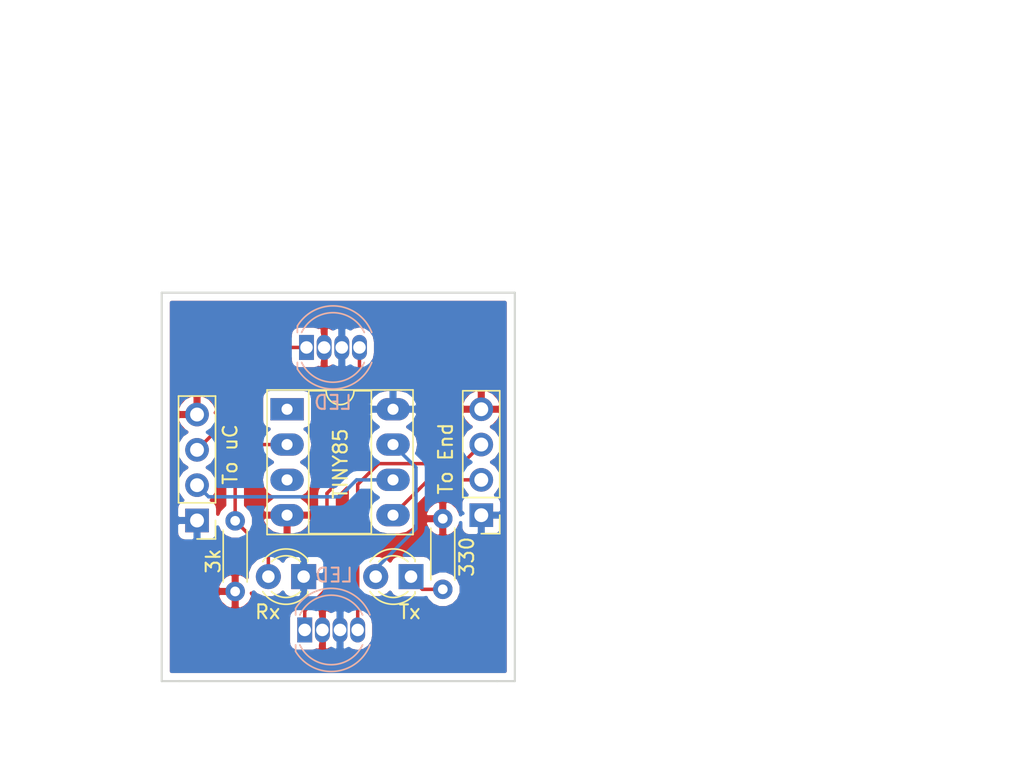
<source format=kicad_pcb>
(kicad_pcb (version 4) (host pcbnew 4.0.7)

  (general
    (links 20)
    (no_connects 0)
    (area 131.8768 100.8634 205.536801 156.108401)
    (thickness 1.6)
    (drawings 6)
    (tracks 31)
    (zones 0)
    (modules 9)
    (nets 13)
  )

  (page A4)
  (layers
    (0 F.Cu signal)
    (31 B.Cu signal)
    (32 B.Adhes user)
    (33 F.Adhes user)
    (34 B.Paste user)
    (35 F.Paste user)
    (36 B.SilkS user)
    (37 F.SilkS user)
    (38 B.Mask user)
    (39 F.Mask user)
    (40 Dwgs.User user)
    (41 Cmts.User user)
    (42 Eco1.User user)
    (43 Eco2.User user)
    (44 Edge.Cuts user)
    (45 Margin user)
    (46 B.CrtYd user)
    (47 F.CrtYd user)
    (48 B.Fab user)
    (49 F.Fab user)
  )

  (setup
    (last_trace_width 0.25)
    (trace_clearance 0.2)
    (zone_clearance 0.508)
    (zone_45_only no)
    (trace_min 0.2)
    (segment_width 0.2)
    (edge_width 0.15)
    (via_size 0.6)
    (via_drill 0.4)
    (via_min_size 0.4)
    (via_min_drill 0.3)
    (uvia_size 0.3)
    (uvia_drill 0.1)
    (uvias_allowed no)
    (uvia_min_size 0.2)
    (uvia_min_drill 0.1)
    (pcb_text_width 0.3)
    (pcb_text_size 1.5 1.5)
    (mod_edge_width 0.15)
    (mod_text_size 1 1)
    (mod_text_width 0.15)
    (pad_size 1.524 1.524)
    (pad_drill 0.762)
    (pad_to_mask_clearance 0.2)
    (aux_axis_origin 0 0)
    (visible_elements 7FFFFFFF)
    (pcbplotparams
      (layerselection 0x010f0_80000001)
      (usegerberextensions false)
      (excludeedgelayer true)
      (linewidth 0.100000)
      (plotframeref false)
      (viasonmask false)
      (mode 1)
      (useauxorigin false)
      (hpglpennumber 1)
      (hpglpenspeed 20)
      (hpglpendiameter 15)
      (hpglpenoverlay 2)
      (psnegative false)
      (psa4output false)
      (plotreference true)
      (plotvalue true)
      (plotinvisibletext false)
      (padsonsilk false)
      (subtractmaskfromsilk false)
      (outputformat 1)
      (mirror false)
      (drillshape 0)
      (scaleselection 1)
      (outputdirectory gerber/))
  )

  (net 0 "")
  (net 1 "Net-(D1-Pad1)")
  (net 2 "Net-(D1-Pad2)")
  (net 3 VCC)
  (net 4 "Net-(D2-Pad2)")
  (net 5 "Net-(J1-Pad2)")
  (net 6 "Net-(J1-Pad3)")
  (net 7 GND)
  (net 8 "Net-(U1-Pad1)")
  (net 9 "Net-(U1-Pad3)")
  (net 10 "Net-(U2-Pad4)")
  (net 11 "Net-(J2-Pad2)")
  (net 12 "Net-(J2-Pad3)")

  (net_class Default "This is the default net class."
    (clearance 0.2)
    (trace_width 0.25)
    (via_dia 0.6)
    (via_drill 0.4)
    (uvia_dia 0.3)
    (uvia_drill 0.1)
    (add_net GND)
    (add_net "Net-(D1-Pad1)")
    (add_net "Net-(D1-Pad2)")
    (add_net "Net-(D2-Pad2)")
    (add_net "Net-(J1-Pad2)")
    (add_net "Net-(J1-Pad3)")
    (add_net "Net-(J2-Pad2)")
    (add_net "Net-(J2-Pad3)")
    (add_net "Net-(U1-Pad1)")
    (add_net "Net-(U1-Pad3)")
    (add_net "Net-(U2-Pad4)")
    (add_net VCC)
  )

  (module Housings_DIP:DIP-8_W7.62mm_Socket_LongPads (layer F.Cu) (tedit 5C0A11ED) (tstamp 5AA6F01D)
    (at 152.527 130.302)
    (descr "8-lead though-hole mounted DIP package, row spacing 7.62 mm (300 mils), Socket, LongPads")
    (tags "THT DIP DIL PDIP 2.54mm 7.62mm 300mil Socket LongPads")
    (path /5AA585CE)
    (fp_text reference TINY85 (at 3.8354 3.9116 90) (layer F.SilkS)
      (effects (font (size 1 1) (thickness 0.15)))
    )
    (fp_text value ATTINY85-20SU (at 3.81 9.95) (layer F.Fab)
      (effects (font (size 1 1) (thickness 0.15)))
    )
    (fp_arc (start 3.81 -1.33) (end 2.81 -1.33) (angle -180) (layer F.SilkS) (width 0.12))
    (fp_line (start 1.635 -1.27) (end 6.985 -1.27) (layer F.Fab) (width 0.1))
    (fp_line (start 6.985 -1.27) (end 6.985 8.89) (layer F.Fab) (width 0.1))
    (fp_line (start 6.985 8.89) (end 0.635 8.89) (layer F.Fab) (width 0.1))
    (fp_line (start 0.635 8.89) (end 0.635 -0.27) (layer F.Fab) (width 0.1))
    (fp_line (start 0.635 -0.27) (end 1.635 -1.27) (layer F.Fab) (width 0.1))
    (fp_line (start -1.27 -1.33) (end -1.27 8.95) (layer F.Fab) (width 0.1))
    (fp_line (start -1.27 8.95) (end 8.89 8.95) (layer F.Fab) (width 0.1))
    (fp_line (start 8.89 8.95) (end 8.89 -1.33) (layer F.Fab) (width 0.1))
    (fp_line (start 8.89 -1.33) (end -1.27 -1.33) (layer F.Fab) (width 0.1))
    (fp_line (start 2.81 -1.33) (end 1.56 -1.33) (layer F.SilkS) (width 0.12))
    (fp_line (start 1.56 -1.33) (end 1.56 8.95) (layer F.SilkS) (width 0.12))
    (fp_line (start 1.56 8.95) (end 6.06 8.95) (layer F.SilkS) (width 0.12))
    (fp_line (start 6.06 8.95) (end 6.06 -1.33) (layer F.SilkS) (width 0.12))
    (fp_line (start 6.06 -1.33) (end 4.81 -1.33) (layer F.SilkS) (width 0.12))
    (fp_line (start -1.44 -1.39) (end -1.44 9.01) (layer F.SilkS) (width 0.12))
    (fp_line (start -1.44 9.01) (end 9.06 9.01) (layer F.SilkS) (width 0.12))
    (fp_line (start 9.06 9.01) (end 9.06 -1.39) (layer F.SilkS) (width 0.12))
    (fp_line (start 9.06 -1.39) (end -1.44 -1.39) (layer F.SilkS) (width 0.12))
    (fp_line (start -1.55 -1.6) (end -1.55 9.2) (layer F.CrtYd) (width 0.05))
    (fp_line (start -1.55 9.2) (end 9.15 9.2) (layer F.CrtYd) (width 0.05))
    (fp_line (start 9.15 9.2) (end 9.15 -1.6) (layer F.CrtYd) (width 0.05))
    (fp_line (start 9.15 -1.6) (end -1.55 -1.6) (layer F.CrtYd) (width 0.05))
    (fp_text user %R (at 3.81 3.81) (layer F.Fab)
      (effects (font (size 1 1) (thickness 0.15)))
    )
    (pad 1 thru_hole rect (at 0 0) (size 2.4 1.6) (drill 0.8) (layers *.Cu *.Mask)
      (net 8 "Net-(U1-Pad1)"))
    (pad 5 thru_hole oval (at 7.62 7.62) (size 2.4 1.6) (drill 0.8) (layers *.Cu *.Mask)
      (net 11 "Net-(J2-Pad2)"))
    (pad 2 thru_hole oval (at 0 2.54) (size 2.4 1.6) (drill 0.8) (layers *.Cu *.Mask)
      (net 4 "Net-(D2-Pad2)"))
    (pad 6 thru_hole oval (at 7.62 5.08) (size 2.4 1.6) (drill 0.8) (layers *.Cu *.Mask)
      (net 5 "Net-(J1-Pad2)"))
    (pad 3 thru_hole oval (at 0 5.08) (size 2.4 1.6) (drill 0.8) (layers *.Cu *.Mask)
      (net 9 "Net-(U1-Pad3)"))
    (pad 7 thru_hole oval (at 7.62 2.54) (size 2.4 1.6) (drill 0.8) (layers *.Cu *.Mask)
      (net 2 "Net-(D1-Pad2)"))
    (pad 4 thru_hole oval (at 0 7.62) (size 2.4 1.6) (drill 0.8) (layers *.Cu *.Mask)
      (net 7 GND))
    (pad 8 thru_hole oval (at 7.62 0) (size 2.4 1.6) (drill 0.8) (layers *.Cu *.Mask)
      (net 3 VCC))
    (model ${KISYS3DMOD}/Housings_DIP.3dshapes/DIP-8_W7.62mm_Socket.wrl
      (at (xyz 0 0 0))
      (scale (xyz 1 1 1))
      (rotate (xyz 0 0 0))
    )
  )

  (module Socket_Strips:Socket_Strip_Straight_1x04_Pitch2.54mm (layer F.Cu) (tedit 5C0A1238) (tstamp 5AA6EFBE)
    (at 146.05 138.303 180)
    (descr "Through hole straight socket strip, 1x04, 2.54mm pitch, single row")
    (tags "Through hole socket strip THT 1x04 2.54mm single row")
    (path /5AA58693)
    (fp_text reference "To uC" (at -2.3876 4.7498 450) (layer F.SilkS)
      (effects (font (size 1 1) (thickness 0.15)))
    )
    (fp_text value "To uC" (at 0 9.95 180) (layer F.Fab)
      (effects (font (size 1 1) (thickness 0.15)))
    )
    (fp_line (start -1.27 -1.27) (end -1.27 8.89) (layer F.Fab) (width 0.1))
    (fp_line (start -1.27 8.89) (end 1.27 8.89) (layer F.Fab) (width 0.1))
    (fp_line (start 1.27 8.89) (end 1.27 -1.27) (layer F.Fab) (width 0.1))
    (fp_line (start 1.27 -1.27) (end -1.27 -1.27) (layer F.Fab) (width 0.1))
    (fp_line (start -1.33 1.27) (end -1.33 8.95) (layer F.SilkS) (width 0.12))
    (fp_line (start -1.33 8.95) (end 1.33 8.95) (layer F.SilkS) (width 0.12))
    (fp_line (start 1.33 8.95) (end 1.33 1.27) (layer F.SilkS) (width 0.12))
    (fp_line (start 1.33 1.27) (end -1.33 1.27) (layer F.SilkS) (width 0.12))
    (fp_line (start -1.33 0) (end -1.33 -1.33) (layer F.SilkS) (width 0.12))
    (fp_line (start -1.33 -1.33) (end 0 -1.33) (layer F.SilkS) (width 0.12))
    (fp_line (start -1.8 -1.8) (end -1.8 9.4) (layer F.CrtYd) (width 0.05))
    (fp_line (start -1.8 9.4) (end 1.8 9.4) (layer F.CrtYd) (width 0.05))
    (fp_line (start 1.8 9.4) (end 1.8 -1.8) (layer F.CrtYd) (width 0.05))
    (fp_line (start 1.8 -1.8) (end -1.8 -1.8) (layer F.CrtYd) (width 0.05))
    (fp_text user %R (at 0 -2.33 180) (layer F.Fab)
      (effects (font (size 1 1) (thickness 0.15)))
    )
    (pad 1 thru_hole rect (at 0 0 180) (size 1.7 1.7) (drill 1) (layers *.Cu *.Mask)
      (net 3 VCC))
    (pad 2 thru_hole oval (at 0 2.54 180) (size 1.7 1.7) (drill 1) (layers *.Cu *.Mask)
      (net 5 "Net-(J1-Pad2)"))
    (pad 3 thru_hole oval (at 0 5.08 180) (size 1.7 1.7) (drill 1) (layers *.Cu *.Mask)
      (net 6 "Net-(J1-Pad3)"))
    (pad 4 thru_hole oval (at 0 7.62 180) (size 1.7 1.7) (drill 1) (layers *.Cu *.Mask)
      (net 7 GND))
    (model ${KISYS3DMOD}/Socket_Strips.3dshapes/Socket_Strip_Straight_1x04_Pitch2.54mm.wrl
      (at (xyz 0 -0.15 0))
      (scale (xyz 1 1 1))
      (rotate (xyz 0 0 270))
    )
  )

  (module LEDs:LED_D3.0mm (layer F.Cu) (tedit 5C0A1283) (tstamp 5AA6EF94)
    (at 161.4424 142.3416 180)
    (descr "LED, diameter 3.0mm, 2 pins")
    (tags "LED diameter 3.0mm 2 pins")
    (path /5AA5877B)
    (fp_text reference Tx (at 0.1016 -2.54 180) (layer F.SilkS)
      (effects (font (size 1 1) (thickness 0.15)))
    )
    (fp_text value IR204A (at 1.27 2.96 180) (layer F.Fab)
      (effects (font (size 1 1) (thickness 0.15)))
    )
    (fp_arc (start 1.27 0) (end -0.23 -1.16619) (angle 284.3) (layer F.Fab) (width 0.1))
    (fp_arc (start 1.27 0) (end -0.29 -1.235516) (angle 108.8) (layer F.SilkS) (width 0.12))
    (fp_arc (start 1.27 0) (end -0.29 1.235516) (angle -108.8) (layer F.SilkS) (width 0.12))
    (fp_arc (start 1.27 0) (end 0.229039 -1.08) (angle 87.9) (layer F.SilkS) (width 0.12))
    (fp_arc (start 1.27 0) (end 0.229039 1.08) (angle -87.9) (layer F.SilkS) (width 0.12))
    (fp_circle (center 1.27 0) (end 2.77 0) (layer F.Fab) (width 0.1))
    (fp_line (start -0.23 -1.16619) (end -0.23 1.16619) (layer F.Fab) (width 0.1))
    (fp_line (start -0.29 -1.236) (end -0.29 -1.08) (layer F.SilkS) (width 0.12))
    (fp_line (start -0.29 1.08) (end -0.29 1.236) (layer F.SilkS) (width 0.12))
    (fp_line (start -1.15 -2.25) (end -1.15 2.25) (layer F.CrtYd) (width 0.05))
    (fp_line (start -1.15 2.25) (end 3.7 2.25) (layer F.CrtYd) (width 0.05))
    (fp_line (start 3.7 2.25) (end 3.7 -2.25) (layer F.CrtYd) (width 0.05))
    (fp_line (start 3.7 -2.25) (end -1.15 -2.25) (layer F.CrtYd) (width 0.05))
    (pad 1 thru_hole rect (at 0 0 180) (size 1.8 1.8) (drill 0.9) (layers *.Cu *.Mask)
      (net 1 "Net-(D1-Pad1)"))
    (pad 2 thru_hole circle (at 2.54 0 180) (size 1.8 1.8) (drill 0.9) (layers *.Cu *.Mask)
      (net 2 "Net-(D1-Pad2)"))
    (model ${KISYS3DMOD}/LEDs.3dshapes/LED_D3.0mm.wrl
      (at (xyz 0 0 0))
      (scale (xyz 0.393701 0.393701 0.393701))
      (rotate (xyz 0 0 0))
    )
  )

  (module LEDs:LED_D3.0mm (layer F.Cu) (tedit 5C0A1281) (tstamp 5AA6EFA7)
    (at 153.7208 142.3416 180)
    (descr "LED, diameter 3.0mm, 2 pins")
    (tags "LED diameter 3.0mm 2 pins")
    (path /5AA587A8)
    (fp_text reference Rx (at 2.5908 -2.54 180) (layer F.SilkS)
      (effects (font (size 1 1) (thickness 0.15)))
    )
    (fp_text value D_Photo (at 1.27 2.96 180) (layer F.Fab)
      (effects (font (size 1 1) (thickness 0.15)))
    )
    (fp_arc (start 1.27 0) (end -0.23 -1.16619) (angle 284.3) (layer F.Fab) (width 0.1))
    (fp_arc (start 1.27 0) (end -0.29 -1.235516) (angle 108.8) (layer F.SilkS) (width 0.12))
    (fp_arc (start 1.27 0) (end -0.29 1.235516) (angle -108.8) (layer F.SilkS) (width 0.12))
    (fp_arc (start 1.27 0) (end 0.229039 -1.08) (angle 87.9) (layer F.SilkS) (width 0.12))
    (fp_arc (start 1.27 0) (end 0.229039 1.08) (angle -87.9) (layer F.SilkS) (width 0.12))
    (fp_circle (center 1.27 0) (end 2.77 0) (layer F.Fab) (width 0.1))
    (fp_line (start -0.23 -1.16619) (end -0.23 1.16619) (layer F.Fab) (width 0.1))
    (fp_line (start -0.29 -1.236) (end -0.29 -1.08) (layer F.SilkS) (width 0.12))
    (fp_line (start -0.29 1.08) (end -0.29 1.236) (layer F.SilkS) (width 0.12))
    (fp_line (start -1.15 -2.25) (end -1.15 2.25) (layer F.CrtYd) (width 0.05))
    (fp_line (start -1.15 2.25) (end 3.7 2.25) (layer F.CrtYd) (width 0.05))
    (fp_line (start 3.7 2.25) (end 3.7 -2.25) (layer F.CrtYd) (width 0.05))
    (fp_line (start 3.7 -2.25) (end -1.15 -2.25) (layer F.CrtYd) (width 0.05))
    (pad 1 thru_hole rect (at 0 0 180) (size 1.8 1.8) (drill 0.9) (layers *.Cu *.Mask)
      (net 3 VCC))
    (pad 2 thru_hole circle (at 2.54 0 180) (size 1.8 1.8) (drill 0.9) (layers *.Cu *.Mask)
      (net 4 "Net-(D2-Pad2)"))
    (model ${KISYS3DMOD}/LEDs.3dshapes/LED_D3.0mm.wrl
      (at (xyz 0 0 0))
      (scale (xyz 0.393701 0.393701 0.393701))
      (rotate (xyz 0 0 0))
    )
  )

  (module Socket_Strips:Socket_Strip_Straight_1x04_Pitch2.54mm (layer F.Cu) (tedit 5C0A1218) (tstamp 5AA6EFD5)
    (at 166.497 137.922 180)
    (descr "Through hole straight socket strip, 1x04, 2.54mm pitch, single row")
    (tags "Through hole socket strip THT 1x04 2.54mm single row")
    (path /5AA586DC)
    (fp_text reference "To End" (at 2.5654 4.064 270) (layer F.SilkS)
      (effects (font (size 1 1) (thickness 0.15)))
    )
    (fp_text value "To end" (at 0 9.95 180) (layer F.Fab)
      (effects (font (size 1 1) (thickness 0.15)))
    )
    (fp_line (start -1.27 -1.27) (end -1.27 8.89) (layer F.Fab) (width 0.1))
    (fp_line (start -1.27 8.89) (end 1.27 8.89) (layer F.Fab) (width 0.1))
    (fp_line (start 1.27 8.89) (end 1.27 -1.27) (layer F.Fab) (width 0.1))
    (fp_line (start 1.27 -1.27) (end -1.27 -1.27) (layer F.Fab) (width 0.1))
    (fp_line (start -1.33 1.27) (end -1.33 8.95) (layer F.SilkS) (width 0.12))
    (fp_line (start -1.33 8.95) (end 1.33 8.95) (layer F.SilkS) (width 0.12))
    (fp_line (start 1.33 8.95) (end 1.33 1.27) (layer F.SilkS) (width 0.12))
    (fp_line (start 1.33 1.27) (end -1.33 1.27) (layer F.SilkS) (width 0.12))
    (fp_line (start -1.33 0) (end -1.33 -1.33) (layer F.SilkS) (width 0.12))
    (fp_line (start -1.33 -1.33) (end 0 -1.33) (layer F.SilkS) (width 0.12))
    (fp_line (start -1.8 -1.8) (end -1.8 9.4) (layer F.CrtYd) (width 0.05))
    (fp_line (start -1.8 9.4) (end 1.8 9.4) (layer F.CrtYd) (width 0.05))
    (fp_line (start 1.8 9.4) (end 1.8 -1.8) (layer F.CrtYd) (width 0.05))
    (fp_line (start 1.8 -1.8) (end -1.8 -1.8) (layer F.CrtYd) (width 0.05))
    (fp_text user %R (at 0 -2.33 180) (layer F.Fab)
      (effects (font (size 1 1) (thickness 0.15)))
    )
    (pad 1 thru_hole rect (at 0 0 180) (size 1.7 1.7) (drill 1) (layers *.Cu *.Mask)
      (net 3 VCC))
    (pad 2 thru_hole oval (at 0 2.54 180) (size 1.7 1.7) (drill 1) (layers *.Cu *.Mask)
      (net 11 "Net-(J2-Pad2)"))
    (pad 3 thru_hole oval (at 0 5.08 180) (size 1.7 1.7) (drill 1) (layers *.Cu *.Mask)
      (net 12 "Net-(J2-Pad3)"))
    (pad 4 thru_hole oval (at 0 7.62 180) (size 1.7 1.7) (drill 1) (layers *.Cu *.Mask)
      (net 7 GND))
    (model ${KISYS3DMOD}/Socket_Strips.3dshapes/Socket_Strip_Straight_1x04_Pitch2.54mm.wrl
      (at (xyz 0 -0.15 0))
      (scale (xyz 1 1 1))
      (rotate (xyz 0 0 270))
    )
  )

  (module Resistors_THT:R_Axial_DIN0204_L3.6mm_D1.6mm_P5.08mm_Horizontal (layer F.Cu) (tedit 5C0A12AB) (tstamp 5AA6EFE7)
    (at 163.7284 143.256 90)
    (descr "Resistor, Axial_DIN0204 series, Axial, Horizontal, pin pitch=5.08mm, 0.16666666666666666W = 1/6W, length*diameter=3.6*1.6mm^2, http://cdn-reichelt.de/documents/datenblatt/B400/1_4W%23YAG.pdf")
    (tags "Resistor Axial_DIN0204 series Axial Horizontal pin pitch 5.08mm 0.16666666666666666W = 1/6W length 3.6mm diameter 1.6mm")
    (path /5AA592B1)
    (fp_text reference 330 (at 2.3368 1.7272 270) (layer F.SilkS)
      (effects (font (size 1 1) (thickness 0.15)))
    )
    (fp_text value R (at 2.54 1.86 90) (layer F.Fab)
      (effects (font (size 1 1) (thickness 0.15)))
    )
    (fp_line (start 0.74 -0.8) (end 0.74 0.8) (layer F.Fab) (width 0.1))
    (fp_line (start 0.74 0.8) (end 4.34 0.8) (layer F.Fab) (width 0.1))
    (fp_line (start 4.34 0.8) (end 4.34 -0.8) (layer F.Fab) (width 0.1))
    (fp_line (start 4.34 -0.8) (end 0.74 -0.8) (layer F.Fab) (width 0.1))
    (fp_line (start 0 0) (end 0.74 0) (layer F.Fab) (width 0.1))
    (fp_line (start 5.08 0) (end 4.34 0) (layer F.Fab) (width 0.1))
    (fp_line (start 0.68 -0.86) (end 4.4 -0.86) (layer F.SilkS) (width 0.12))
    (fp_line (start 0.68 0.86) (end 4.4 0.86) (layer F.SilkS) (width 0.12))
    (fp_line (start -0.95 -1.15) (end -0.95 1.15) (layer F.CrtYd) (width 0.05))
    (fp_line (start -0.95 1.15) (end 6.05 1.15) (layer F.CrtYd) (width 0.05))
    (fp_line (start 6.05 1.15) (end 6.05 -1.15) (layer F.CrtYd) (width 0.05))
    (fp_line (start 6.05 -1.15) (end -0.95 -1.15) (layer F.CrtYd) (width 0.05))
    (pad 1 thru_hole circle (at 0 0 90) (size 1.4 1.4) (drill 0.7) (layers *.Cu *.Mask)
      (net 1 "Net-(D1-Pad1)"))
    (pad 2 thru_hole oval (at 5.08 0 90) (size 1.4 1.4) (drill 0.7) (layers *.Cu *.Mask)
      (net 7 GND))
    (model ${KISYS3DMOD}/Resistors_THT.3dshapes/R_Axial_DIN0204_L3.6mm_D1.6mm_P5.08mm_Horizontal.wrl
      (at (xyz 0 0 0))
      (scale (xyz 0.393701 0.393701 0.393701))
      (rotate (xyz 0 0 0))
    )
  )

  (module Resistors_THT:R_Axial_DIN0204_L3.6mm_D1.6mm_P5.08mm_Horizontal (layer F.Cu) (tedit 5C0A129B) (tstamp 5AA6EFF9)
    (at 148.7932 138.3284 270)
    (descr "Resistor, Axial_DIN0204 series, Axial, Horizontal, pin pitch=5.08mm, 0.16666666666666666W = 1/6W, length*diameter=3.6*1.6mm^2, http://cdn-reichelt.de/documents/datenblatt/B400/1_4W%23YAG.pdf")
    (tags "Resistor Axial_DIN0204 series Axial Horizontal pin pitch 5.08mm 0.16666666666666666W = 1/6W length 3.6mm diameter 1.6mm")
    (path /5AA59224)
    (fp_text reference 3k (at 2.8956 1.5748 270) (layer F.SilkS)
      (effects (font (size 1 1) (thickness 0.15)))
    )
    (fp_text value R (at 2.54 1.86 270) (layer F.Fab)
      (effects (font (size 1 1) (thickness 0.15)))
    )
    (fp_line (start 0.74 -0.8) (end 0.74 0.8) (layer F.Fab) (width 0.1))
    (fp_line (start 0.74 0.8) (end 4.34 0.8) (layer F.Fab) (width 0.1))
    (fp_line (start 4.34 0.8) (end 4.34 -0.8) (layer F.Fab) (width 0.1))
    (fp_line (start 4.34 -0.8) (end 0.74 -0.8) (layer F.Fab) (width 0.1))
    (fp_line (start 0 0) (end 0.74 0) (layer F.Fab) (width 0.1))
    (fp_line (start 5.08 0) (end 4.34 0) (layer F.Fab) (width 0.1))
    (fp_line (start 0.68 -0.86) (end 4.4 -0.86) (layer F.SilkS) (width 0.12))
    (fp_line (start 0.68 0.86) (end 4.4 0.86) (layer F.SilkS) (width 0.12))
    (fp_line (start -0.95 -1.15) (end -0.95 1.15) (layer F.CrtYd) (width 0.05))
    (fp_line (start -0.95 1.15) (end 6.05 1.15) (layer F.CrtYd) (width 0.05))
    (fp_line (start 6.05 1.15) (end 6.05 -1.15) (layer F.CrtYd) (width 0.05))
    (fp_line (start 6.05 -1.15) (end -0.95 -1.15) (layer F.CrtYd) (width 0.05))
    (pad 1 thru_hole circle (at 0 0 270) (size 1.4 1.4) (drill 0.7) (layers *.Cu *.Mask)
      (net 4 "Net-(D2-Pad2)"))
    (pad 2 thru_hole oval (at 5.08 0 270) (size 1.4 1.4) (drill 0.7) (layers *.Cu *.Mask)
      (net 7 GND))
    (model ${KISYS3DMOD}/Resistors_THT.3dshapes/R_Axial_DIN0204_L3.6mm_D1.6mm_P5.08mm_Horizontal.wrl
      (at (xyz 0 0 0))
      (scale (xyz 0.393701 0.393701 0.393701))
      (rotate (xyz 0 0 0))
    )
  )

  (module LEDs:LED_D5.0mm-4 (layer B.Cu) (tedit 5C0A124D) (tstamp 5AA6F032)
    (at 153.924 125.857)
    (descr "LED, diameter 5.0mm, 2 pins, diameter 5.0mm, 3 pins, diameter 5.0mm, 4 pins, http://www.kingbright.com/attachments/file/psearch/000/00/00/L-154A4SUREQBFZGEW(Ver.9A).pdf")
    (tags "LED diameter 5.0mm 2 pins diameter 5.0mm 3 pins diameter 5.0mm 4 pins")
    (path /5AA59C2F)
    (fp_text reference LED (at 1.905 3.96) (layer B.SilkS)
      (effects (font (size 1 1) (thickness 0.15)) (justify mirror))
    )
    (fp_text value WS2812 (at 1.905 -3.96) (layer B.Fab)
      (effects (font (size 1 1) (thickness 0.15)) (justify mirror))
    )
    (fp_arc (start 1.905 0) (end -0.595 1.469694) (angle -299.1) (layer B.Fab) (width 0.1))
    (fp_arc (start 1.905 0) (end -0.655 1.54483) (angle -127.7) (layer B.SilkS) (width 0.12))
    (fp_arc (start 1.905 0) (end -0.655 -1.54483) (angle 127.7) (layer B.SilkS) (width 0.12))
    (fp_arc (start 1.905 0) (end -0.349684 1.08) (angle -128.8) (layer B.SilkS) (width 0.12))
    (fp_arc (start 1.905 0) (end -0.349684 -1.08) (angle 128.8) (layer B.SilkS) (width 0.12))
    (fp_circle (center 1.905 0) (end 4.405 0) (layer B.Fab) (width 0.1))
    (fp_line (start -0.595 1.469694) (end -0.595 -1.469694) (layer B.Fab) (width 0.1))
    (fp_line (start -0.655 1.545) (end -0.655 1.08) (layer B.SilkS) (width 0.12))
    (fp_line (start -0.655 -1.08) (end -0.655 -1.545) (layer B.SilkS) (width 0.12))
    (fp_line (start -1.35 3.25) (end -1.35 -3.25) (layer B.CrtYd) (width 0.05))
    (fp_line (start -1.35 -3.25) (end 5.15 -3.25) (layer B.CrtYd) (width 0.05))
    (fp_line (start 5.15 -3.25) (end 5.15 3.25) (layer B.CrtYd) (width 0.05))
    (fp_line (start 5.15 3.25) (end -1.35 3.25) (layer B.CrtYd) (width 0.05))
    (pad 1 thru_hole rect (at 0 0) (size 1.07 1.8) (drill 0.9) (layers *.Cu *.Mask)
      (net 6 "Net-(J1-Pad3)"))
    (pad 2 thru_hole oval (at 1.27 0) (size 1.07 1.8) (drill 0.9) (layers *.Cu *.Mask)
      (net 7 GND))
    (pad 3 thru_hole oval (at 2.54 0) (size 1.07 1.8) (drill 0.9) (layers *.Cu *.Mask)
      (net 3 VCC))
    (pad 4 thru_hole oval (at 3.81 0) (size 1.07 1.8) (drill 0.9) (layers *.Cu *.Mask)
      (net 10 "Net-(U2-Pad4)"))
    (model ${KISYS3DMOD}/LEDs.3dshapes/LED_D5.0mm-4.wrl
      (at (xyz 0 0 0))
      (scale (xyz 0.393701 0.393701 0.393701))
      (rotate (xyz 0 0 0))
    )
  )

  (module LEDs:LED_D5.0mm-4 (layer B.Cu) (tedit 5C0A125C) (tstamp 5AA6F047)
    (at 153.797 146.177)
    (descr "LED, diameter 5.0mm, 2 pins, diameter 5.0mm, 3 pins, diameter 5.0mm, 4 pins, http://www.kingbright.com/attachments/file/psearch/000/00/00/L-154A4SUREQBFZGEW(Ver.9A).pdf")
    (tags "LED diameter 5.0mm 2 pins diameter 5.0mm 3 pins diameter 5.0mm 4 pins")
    (path /5AA59C72)
    (fp_text reference LED (at 2.1082 -3.937) (layer B.SilkS)
      (effects (font (size 1 1) (thickness 0.15)) (justify mirror))
    )
    (fp_text value WS2812 (at 1.905 -3.96) (layer B.Fab)
      (effects (font (size 1 1) (thickness 0.15)) (justify mirror))
    )
    (fp_arc (start 1.905 0) (end -0.595 1.469694) (angle -299.1) (layer B.Fab) (width 0.1))
    (fp_arc (start 1.905 0) (end -0.655 1.54483) (angle -127.7) (layer B.SilkS) (width 0.12))
    (fp_arc (start 1.905 0) (end -0.655 -1.54483) (angle 127.7) (layer B.SilkS) (width 0.12))
    (fp_arc (start 1.905 0) (end -0.349684 1.08) (angle -128.8) (layer B.SilkS) (width 0.12))
    (fp_arc (start 1.905 0) (end -0.349684 -1.08) (angle 128.8) (layer B.SilkS) (width 0.12))
    (fp_circle (center 1.905 0) (end 4.405 0) (layer B.Fab) (width 0.1))
    (fp_line (start -0.595 1.469694) (end -0.595 -1.469694) (layer B.Fab) (width 0.1))
    (fp_line (start -0.655 1.545) (end -0.655 1.08) (layer B.SilkS) (width 0.12))
    (fp_line (start -0.655 -1.08) (end -0.655 -1.545) (layer B.SilkS) (width 0.12))
    (fp_line (start -1.35 3.25) (end -1.35 -3.25) (layer B.CrtYd) (width 0.05))
    (fp_line (start -1.35 -3.25) (end 5.15 -3.25) (layer B.CrtYd) (width 0.05))
    (fp_line (start 5.15 -3.25) (end 5.15 3.25) (layer B.CrtYd) (width 0.05))
    (fp_line (start 5.15 3.25) (end -1.35 3.25) (layer B.CrtYd) (width 0.05))
    (pad 1 thru_hole rect (at 0 0) (size 1.07 1.8) (drill 0.9) (layers *.Cu *.Mask)
      (net 10 "Net-(U2-Pad4)"))
    (pad 2 thru_hole oval (at 1.27 0) (size 1.07 1.8) (drill 0.9) (layers *.Cu *.Mask)
      (net 7 GND))
    (pad 3 thru_hole oval (at 2.54 0) (size 1.07 1.8) (drill 0.9) (layers *.Cu *.Mask)
      (net 3 VCC))
    (pad 4 thru_hole oval (at 3.81 0) (size 1.07 1.8) (drill 0.9) (layers *.Cu *.Mask)
      (net 12 "Net-(J2-Pad3)"))
    (model ${KISYS3DMOD}/LEDs.3dshapes/LED_D5.0mm-4.wrl
      (at (xyz 0 0 0))
      (scale (xyz 0.393701 0.393701 0.393701))
      (rotate (xyz 0 0 0))
    )
  )

  (gr_line (start 143.51 149.86) (end 144.78 149.86) (angle 90) (layer Edge.Cuts) (width 0.15))
  (gr_line (start 143.51 121.92) (end 143.51 149.86) (angle 90) (layer Edge.Cuts) (width 0.15))
  (gr_line (start 168.91 121.92) (end 143.51 121.92) (angle 90) (layer Edge.Cuts) (width 0.15))
  (gr_line (start 168.91 149.86) (end 168.91 121.92) (angle 90) (layer Edge.Cuts) (width 0.15))
  (gr_line (start 167.64 149.86) (end 168.91 149.86) (angle 90) (layer Edge.Cuts) (width 0.15))
  (gr_line (start 144.78 149.86) (end 167.64 149.86) (angle 90) (layer Edge.Cuts) (width 0.15))

  (segment (start 163.7284 143.256) (end 162.2552 143.256) (width 0.25) (layer F.Cu) (net 1))
  (segment (start 162.2552 143.256) (end 161.3408 142.3416) (width 0.25) (layer F.Cu) (net 1) (tstamp 5C08CD89))
  (segment (start 158.8008 142.3416) (end 158.8008 141.8844) (width 0.25) (layer B.Cu) (net 2))
  (segment (start 158.8008 141.8844) (end 161.798 138.8872) (width 0.25) (layer B.Cu) (net 2) (tstamp 5C08CD8C))
  (segment (start 161.798 138.8872) (end 161.798 134.493) (width 0.25) (layer B.Cu) (net 2) (tstamp 5C08CD8D))
  (segment (start 161.798 134.493) (end 160.147 132.842) (width 0.25) (layer B.Cu) (net 2) (tstamp 5C08CD8E))
  (segment (start 160.147 132.842) (end 160.6296 132.842) (width 0.25) (layer B.Cu) (net 2))
  (segment (start 151.1808 142.3416) (end 151.1808 140.716) (width 0.25) (layer F.Cu) (net 4))
  (segment (start 151.1808 140.716) (end 148.7932 138.3284) (width 0.25) (layer F.Cu) (net 4) (tstamp 5C08CD84))
  (segment (start 152.527 132.842) (end 150.114 132.842) (width 0.25) (layer F.Cu) (net 4))
  (segment (start 148.7932 134.1628) (end 148.7932 138.3284) (width 0.25) (layer F.Cu) (net 4) (tstamp 5C08CD6C))
  (segment (start 150.114 132.842) (end 148.7932 134.1628) (width 0.25) (layer F.Cu) (net 4) (tstamp 5C08CD6B))
  (segment (start 160.147 135.382) (end 157.5308 135.382) (width 0.25) (layer B.Cu) (net 5))
  (segment (start 146.8882 136.6012) (end 146.05 135.763) (width 0.25) (layer B.Cu) (net 5) (tstamp 5C08CC73))
  (segment (start 156.3116 136.6012) (end 146.8882 136.6012) (width 0.25) (layer B.Cu) (net 5) (tstamp 5C08CC71))
  (segment (start 157.5308 135.382) (end 156.3116 136.6012) (width 0.25) (layer B.Cu) (net 5) (tstamp 5C08CC6E))
  (segment (start 153.924 125.857) (end 151.8666 125.857) (width 0.25) (layer F.Cu) (net 6))
  (segment (start 148.2852 130.9878) (end 146.05 133.223) (width 0.25) (layer F.Cu) (net 6) (tstamp 5C08CA53))
  (segment (start 148.2852 129.4384) (end 148.2852 130.9878) (width 0.25) (layer F.Cu) (net 6) (tstamp 5C08CA51))
  (segment (start 151.8666 125.857) (end 148.2852 129.4384) (width 0.25) (layer F.Cu) (net 6) (tstamp 5C08CA4F))
  (segment (start 153.797 146.177) (end 153.797 144.8054) (width 0.25) (layer F.Cu) (net 10))
  (segment (start 157.734 134.0104) (end 157.734 125.857) (width 0.25) (layer F.Cu) (net 10) (tstamp 5C08CA4B))
  (segment (start 155.3972 136.3472) (end 157.734 134.0104) (width 0.25) (layer F.Cu) (net 10) (tstamp 5C08CA47))
  (segment (start 155.3972 143.2052) (end 155.3972 136.3472) (width 0.25) (layer F.Cu) (net 10) (tstamp 5C08CA45))
  (segment (start 153.797 144.8054) (end 155.3972 143.2052) (width 0.25) (layer F.Cu) (net 10) (tstamp 5C08CA43))
  (segment (start 166.497 135.382) (end 162.687 135.382) (width 0.25) (layer F.Cu) (net 11))
  (segment (start 162.687 135.382) (end 160.147 137.922) (width 0.25) (layer F.Cu) (net 11) (tstamp 5C08CA0F))
  (segment (start 157.607 146.177) (end 157.607 135.7122) (width 0.25) (layer F.Cu) (net 12))
  (segment (start 165.1254 134.2136) (end 166.497 132.842) (width 0.25) (layer F.Cu) (net 12) (tstamp 5C08CA26))
  (segment (start 159.1056 134.2136) (end 165.1254 134.2136) (width 0.25) (layer F.Cu) (net 12) (tstamp 5C08CA24))
  (segment (start 157.607 135.7122) (end 159.1056 134.2136) (width 0.25) (layer F.Cu) (net 12) (tstamp 5C08CA22))

  (zone (net 7) (net_name GND) (layer F.Cu) (tstamp 5AA6F1E2) (hatch edge 0.508)
    (connect_pads (clearance 0.508))
    (min_thickness 0.254)
    (fill yes (arc_segments 16) (thermal_gap 0.508) (thermal_bridge_width 0.508))
    (polygon
      (pts
        (xy 205.4098 155.4734) (xy 132.1308 156.1084) (xy 133.7818 100.8634) (xy 205.1558 100.8634)
      )
    )
    (filled_polygon
      (pts
        (xy 168.2 149.15) (xy 144.22 149.15) (xy 144.22 143.741731) (xy 147.500473 143.741731) (xy 147.726436 144.211063)
        (xy 148.114804 144.558197) (xy 148.459871 144.701116) (xy 148.6662 144.577774) (xy 148.6662 143.5354) (xy 147.622994 143.5354)
        (xy 147.500473 143.741731) (xy 144.22 143.741731) (xy 144.22 143.075069) (xy 147.500473 143.075069) (xy 147.622994 143.2814)
        (xy 148.6662 143.2814) (xy 148.6662 142.239026) (xy 148.459871 142.115684) (xy 148.114804 142.258603) (xy 147.726436 142.605737)
        (xy 147.500473 143.075069) (xy 144.22 143.075069) (xy 144.22 133.223) (xy 144.535907 133.223) (xy 144.648946 133.791285)
        (xy 144.970853 134.273054) (xy 145.300026 134.493) (xy 144.970853 134.712946) (xy 144.648946 135.194715) (xy 144.535907 135.763)
        (xy 144.648946 136.331285) (xy 144.970853 136.813054) (xy 145.012452 136.84085) (xy 144.964683 136.849838) (xy 144.748559 136.98891)
        (xy 144.603569 137.20111) (xy 144.55256 137.453) (xy 144.55256 139.153) (xy 144.596838 139.388317) (xy 144.73591 139.604441)
        (xy 144.94811 139.749431) (xy 145.2 139.80044) (xy 146.9 139.80044) (xy 147.135317 139.756162) (xy 147.351441 139.61709)
        (xy 147.496431 139.40489) (xy 147.54744 139.153) (xy 147.54744 138.80932) (xy 147.660782 139.083629) (xy 148.035996 139.459498)
        (xy 148.526487 139.663168) (xy 149.053626 139.663628) (xy 150.395292 141.005294) (xy 150.312429 141.039532) (xy 149.880249 141.470957)
        (xy 149.646067 142.03493) (xy 149.645737 142.414255) (xy 149.471596 142.258603) (xy 149.126529 142.115684) (xy 148.9202 142.239026)
        (xy 148.9202 143.2814) (xy 148.9402 143.2814) (xy 148.9402 143.5354) (xy 148.9202 143.5354) (xy 148.9202 144.577774)
        (xy 149.126529 144.701116) (xy 149.471596 144.558197) (xy 149.859964 144.211063) (xy 150.085927 143.741731) (xy 149.963407 143.535402)
        (xy 150.1282 143.535402) (xy 150.1282 143.459876) (xy 150.310157 143.642151) (xy 150.87413 143.876333) (xy 151.484791 143.876865)
        (xy 152.049171 143.643668) (xy 152.217413 143.47572) (xy 152.217638 143.476917) (xy 152.35671 143.693041) (xy 152.56891 143.838031)
        (xy 152.8208 143.88904) (xy 153.638558 143.88904) (xy 153.259599 144.267999) (xy 153.094852 144.514561) (xy 153.064588 144.666706)
        (xy 153.026683 144.673838) (xy 152.810559 144.81291) (xy 152.665569 145.02511) (xy 152.61456 145.277) (xy 152.61456 147.077)
        (xy 152.658838 147.312317) (xy 152.79791 147.528441) (xy 153.01011 147.673431) (xy 153.262 147.72444) (xy 154.332 147.72444)
        (xy 154.567317 147.680162) (xy 154.65883 147.621275) (xy 154.759617 147.6709) (xy 154.94 147.545244) (xy 154.94 147.271761)
        (xy 154.97944 147.077) (xy 154.97944 145.277) (xy 154.94 145.067395) (xy 154.94 144.808756) (xy 154.897825 144.779377)
        (xy 155.934601 143.742601) (xy 156.099348 143.496039) (xy 156.1572 143.2052) (xy 156.1572 136.662002) (xy 156.847 135.972202)
        (xy 156.847 144.74259) (xy 156.78474 144.700989) (xy 156.337 144.611928) (xy 155.88926 144.700989) (xy 155.686234 144.836646)
        (xy 155.374383 144.6831) (xy 155.194 144.808756) (xy 155.194 145.64619) (xy 155.167 145.781928) (xy 155.167 146.572072)
        (xy 155.194 146.70781) (xy 155.194 147.545244) (xy 155.374383 147.6709) (xy 155.686234 147.517354) (xy 155.88926 147.653011)
        (xy 156.337 147.742072) (xy 156.78474 147.653011) (xy 156.972 147.527888) (xy 157.15926 147.653011) (xy 157.607 147.742072)
        (xy 158.05474 147.653011) (xy 158.434315 147.399387) (xy 158.687939 147.019812) (xy 158.777 146.572072) (xy 158.777 145.781928)
        (xy 158.687939 145.334188) (xy 158.434315 144.954613) (xy 158.367 144.909635) (xy 158.367 143.781356) (xy 158.59573 143.876333)
        (xy 159.206391 143.876865) (xy 159.770771 143.643668) (xy 159.939013 143.47572) (xy 159.939238 143.476917) (xy 160.07831 143.693041)
        (xy 160.29051 143.838031) (xy 160.5424 143.88904) (xy 161.860933 143.88904) (xy 161.964361 143.958148) (xy 162.2552 144.016)
        (xy 162.600745 144.016) (xy 162.971196 144.387098) (xy 163.461687 144.590768) (xy 163.992783 144.591231) (xy 164.483629 144.388418)
        (xy 164.859498 144.013204) (xy 165.063168 143.522713) (xy 165.063631 142.991617) (xy 164.860818 142.500771) (xy 164.485604 142.124902)
        (xy 163.995113 141.921232) (xy 163.464017 141.920769) (xy 162.98984 142.116695) (xy 162.98984 141.4416) (xy 162.945562 141.206283)
        (xy 162.80649 140.990159) (xy 162.59429 140.845169) (xy 162.3424 140.79416) (xy 160.5424 140.79416) (xy 160.307083 140.838438)
        (xy 160.090959 140.97751) (xy 159.945969 141.18971) (xy 159.941833 141.210134) (xy 159.773043 141.041049) (xy 159.20907 140.806867)
        (xy 158.598409 140.806335) (xy 158.367 140.901951) (xy 158.367 138.379236) (xy 158.385283 138.471151) (xy 158.696352 138.936698)
        (xy 159.161899 139.247767) (xy 159.71105 139.357) (xy 160.58295 139.357) (xy 161.132101 139.247767) (xy 161.597648 138.936698)
        (xy 161.883205 138.509331) (xy 162.435673 138.509331) (xy 162.661636 138.978663) (xy 163.050004 139.325797) (xy 163.395071 139.468716)
        (xy 163.6014 139.345374) (xy 163.6014 138.303) (xy 162.558194 138.303) (xy 162.435673 138.509331) (xy 161.883205 138.509331)
        (xy 161.908717 138.471151) (xy 162.01795 137.922) (xy 162.002171 137.842669) (xy 162.435673 137.842669) (xy 162.558194 138.049)
        (xy 163.6014 138.049) (xy 163.6014 137.006626) (xy 163.395071 136.883284) (xy 163.050004 137.026203) (xy 162.661636 137.373337)
        (xy 162.435673 137.842669) (xy 162.002171 137.842669) (xy 161.908717 137.372849) (xy 161.853536 137.290266) (xy 163.001802 136.142)
        (xy 165.224046 136.142) (xy 165.417853 136.432054) (xy 165.459452 136.45985) (xy 165.411683 136.468838) (xy 165.195559 136.60791)
        (xy 165.050569 136.82011) (xy 164.99956 137.072) (xy 164.99956 137.797874) (xy 164.795164 137.373337) (xy 164.406796 137.026203)
        (xy 164.061729 136.883284) (xy 163.8554 137.006626) (xy 163.8554 138.049) (xy 163.8754 138.049) (xy 163.8754 138.303)
        (xy 163.8554 138.303) (xy 163.8554 139.345374) (xy 164.061729 139.468716) (xy 164.406796 139.325797) (xy 164.795164 138.978663)
        (xy 164.99956 138.554126) (xy 164.99956 138.772) (xy 165.043838 139.007317) (xy 165.18291 139.223441) (xy 165.39511 139.368431)
        (xy 165.647 139.41944) (xy 167.347 139.41944) (xy 167.582317 139.375162) (xy 167.798441 139.23609) (xy 167.943431 139.02389)
        (xy 167.99444 138.772) (xy 167.99444 137.072) (xy 167.950162 136.836683) (xy 167.81109 136.620559) (xy 167.59889 136.475569)
        (xy 167.531459 136.461914) (xy 167.576147 136.432054) (xy 167.898054 135.950285) (xy 168.011093 135.382) (xy 167.898054 134.813715)
        (xy 167.576147 134.331946) (xy 167.246974 134.112) (xy 167.576147 133.892054) (xy 167.898054 133.410285) (xy 168.011093 132.842)
        (xy 167.898054 132.273715) (xy 167.576147 131.791946) (xy 167.235447 131.564298) (xy 167.378358 131.497183) (xy 167.768645 131.068924)
        (xy 167.938476 130.65889) (xy 167.817155 130.429) (xy 166.624 130.429) (xy 166.624 130.449) (xy 166.37 130.449)
        (xy 166.37 130.429) (xy 165.176845 130.429) (xy 165.055524 130.65889) (xy 165.225355 131.068924) (xy 165.615642 131.497183)
        (xy 165.758553 131.564298) (xy 165.417853 131.791946) (xy 165.095946 132.273715) (xy 164.982907 132.842) (xy 165.05579 133.208408)
        (xy 164.810598 133.4536) (xy 161.86699 133.4536) (xy 161.908717 133.391151) (xy 162.01795 132.842) (xy 161.908717 132.292849)
        (xy 161.597648 131.827302) (xy 161.215562 131.572) (xy 161.597648 131.316698) (xy 161.908717 130.851151) (xy 162.01795 130.302)
        (xy 161.946961 129.94511) (xy 165.055524 129.94511) (xy 165.176845 130.175) (xy 166.37 130.175) (xy 166.37 128.981181)
        (xy 166.624 128.981181) (xy 166.624 130.175) (xy 167.817155 130.175) (xy 167.938476 129.94511) (xy 167.768645 129.535076)
        (xy 167.378358 129.106817) (xy 166.853892 128.860514) (xy 166.624 128.981181) (xy 166.37 128.981181) (xy 166.140108 128.860514)
        (xy 165.615642 129.106817) (xy 165.225355 129.535076) (xy 165.055524 129.94511) (xy 161.946961 129.94511) (xy 161.908717 129.752849)
        (xy 161.597648 129.287302) (xy 161.132101 128.976233) (xy 160.58295 128.867) (xy 159.71105 128.867) (xy 159.161899 128.976233)
        (xy 158.696352 129.287302) (xy 158.494 129.590143) (xy 158.494 127.124365) (xy 158.561315 127.079387) (xy 158.814939 126.699812)
        (xy 158.904 126.252072) (xy 158.904 125.461928) (xy 158.814939 125.014188) (xy 158.561315 124.634613) (xy 158.18174 124.380989)
        (xy 157.734 124.291928) (xy 157.28626 124.380989) (xy 157.099 124.506112) (xy 156.91174 124.380989) (xy 156.464 124.291928)
        (xy 156.01626 124.380989) (xy 155.813234 124.516646) (xy 155.501383 124.3631) (xy 155.321 124.488756) (xy 155.321 125.32619)
        (xy 155.294 125.461928) (xy 155.294 126.252072) (xy 155.321 126.38781) (xy 155.321 127.225244) (xy 155.501383 127.3509)
        (xy 155.813234 127.197354) (xy 156.01626 127.333011) (xy 156.464 127.422072) (xy 156.91174 127.333011) (xy 156.974 127.29141)
        (xy 156.974 133.695598) (xy 154.859799 135.809799) (xy 154.695052 136.056361) (xy 154.6372 136.3472) (xy 154.6372 140.797481)
        (xy 154.6208 140.79416) (xy 152.8208 140.79416) (xy 152.585483 140.838438) (xy 152.369359 140.97751) (xy 152.224369 141.18971)
        (xy 152.220233 141.210134) (xy 152.051443 141.041049) (xy 151.9408 140.995106) (xy 151.9408 140.716) (xy 151.882948 140.425161)
        (xy 151.882948 140.42516) (xy 151.718201 140.178599) (xy 150.127974 138.588372) (xy 150.12825 138.271039) (xy 150.735096 138.271039)
        (xy 150.752633 138.353819) (xy 151.0225 138.846896) (xy 151.460517 139.199166) (xy 152 139.357) (xy 152.4 139.357)
        (xy 152.4 138.049) (xy 152.654 138.049) (xy 152.654 139.357) (xy 153.054 139.357) (xy 153.593483 139.199166)
        (xy 154.0315 138.846896) (xy 154.301367 138.353819) (xy 154.318904 138.271039) (xy 154.196915 138.049) (xy 152.654 138.049)
        (xy 152.4 138.049) (xy 150.857085 138.049) (xy 150.735096 138.271039) (xy 150.12825 138.271039) (xy 150.128431 138.064017)
        (xy 149.925618 137.573171) (xy 149.5532 137.200103) (xy 149.5532 134.477602) (xy 150.428802 133.602) (xy 150.906168 133.602)
        (xy 151.076352 133.856698) (xy 151.458438 134.112) (xy 151.076352 134.367302) (xy 150.765283 134.832849) (xy 150.65605 135.382)
        (xy 150.765283 135.931151) (xy 151.076352 136.396698) (xy 151.454707 136.649507) (xy 151.0225 136.997104) (xy 150.752633 137.490181)
        (xy 150.735096 137.572961) (xy 150.857085 137.795) (xy 152.4 137.795) (xy 152.4 137.775) (xy 152.654 137.775)
        (xy 152.654 137.795) (xy 154.196915 137.795) (xy 154.318904 137.572961) (xy 154.301367 137.490181) (xy 154.0315 136.997104)
        (xy 153.599293 136.649507) (xy 153.977648 136.396698) (xy 154.288717 135.931151) (xy 154.39795 135.382) (xy 154.288717 134.832849)
        (xy 153.977648 134.367302) (xy 153.595562 134.112) (xy 153.977648 133.856698) (xy 154.288717 133.391151) (xy 154.39795 132.842)
        (xy 154.288717 132.292849) (xy 153.977648 131.827302) (xy 153.83165 131.729749) (xy 153.962317 131.705162) (xy 154.178441 131.56609)
        (xy 154.323431 131.35389) (xy 154.37444 131.102) (xy 154.37444 129.502) (xy 154.330162 129.266683) (xy 154.19109 129.050559)
        (xy 153.97889 128.905569) (xy 153.727 128.85456) (xy 151.327 128.85456) (xy 151.091683 128.898838) (xy 150.875559 129.03791)
        (xy 150.730569 129.25011) (xy 150.67956 129.502) (xy 150.67956 131.102) (xy 150.723838 131.337317) (xy 150.86291 131.553441)
        (xy 151.07511 131.698431) (xy 151.224074 131.728597) (xy 151.076352 131.827302) (xy 150.906168 132.082) (xy 150.114 132.082)
        (xy 149.82316 132.139852) (xy 149.576599 132.304599) (xy 148.255799 133.625399) (xy 148.091052 133.871961) (xy 148.0332 134.1628)
        (xy 148.0332 137.200745) (xy 147.662102 137.571196) (xy 147.54744 137.847332) (xy 147.54744 137.453) (xy 147.503162 137.217683)
        (xy 147.36409 137.001559) (xy 147.15189 136.856569) (xy 147.084459 136.842914) (xy 147.129147 136.813054) (xy 147.451054 136.331285)
        (xy 147.564093 135.763) (xy 147.451054 135.194715) (xy 147.129147 134.712946) (xy 146.799974 134.493) (xy 147.129147 134.273054)
        (xy 147.451054 133.791285) (xy 147.564093 133.223) (xy 147.49121 132.856592) (xy 148.822601 131.525201) (xy 148.987348 131.278639)
        (xy 149.0452 130.9878) (xy 149.0452 129.753202) (xy 152.181402 126.617) (xy 152.74156 126.617) (xy 152.74156 126.757)
        (xy 152.785838 126.992317) (xy 152.92491 127.208441) (xy 153.13711 127.353431) (xy 153.389 127.40444) (xy 154.459 127.40444)
        (xy 154.694317 127.360162) (xy 154.78583 127.301275) (xy 154.886617 127.3509) (xy 155.067 127.225244) (xy 155.067 126.951761)
        (xy 155.10644 126.757) (xy 155.10644 124.957) (xy 155.067 124.747395) (xy 155.067 124.488756) (xy 154.886617 124.3631)
        (xy 154.786639 124.412326) (xy 154.71089 124.360569) (xy 154.459 124.30956) (xy 153.389 124.30956) (xy 153.153683 124.353838)
        (xy 152.937559 124.49291) (xy 152.792569 124.70511) (xy 152.74156 124.957) (xy 152.74156 125.097) (xy 151.8666 125.097)
        (xy 151.624014 125.145254) (xy 151.57576 125.154852) (xy 151.329199 125.319599) (xy 147.747799 128.900999) (xy 147.583052 129.147561)
        (xy 147.5252 129.4384) (xy 147.5252 130.555998) (xy 147.370156 130.555998) (xy 147.491476 130.32611) (xy 147.321645 129.916076)
        (xy 146.931358 129.487817) (xy 146.406892 129.241514) (xy 146.177 129.362181) (xy 146.177 130.556) (xy 146.197 130.556)
        (xy 146.197 130.81) (xy 146.177 130.81) (xy 146.177 130.83) (xy 145.923 130.83) (xy 145.923 130.81)
        (xy 144.729845 130.81) (xy 144.608524 131.03989) (xy 144.778355 131.449924) (xy 145.168642 131.878183) (xy 145.311553 131.945298)
        (xy 144.970853 132.172946) (xy 144.648946 132.654715) (xy 144.535907 133.223) (xy 144.22 133.223) (xy 144.22 130.32611)
        (xy 144.608524 130.32611) (xy 144.729845 130.556) (xy 145.923 130.556) (xy 145.923 129.362181) (xy 145.693108 129.241514)
        (xy 145.168642 129.487817) (xy 144.778355 129.916076) (xy 144.608524 130.32611) (xy 144.22 130.32611) (xy 144.22 122.63)
        (xy 168.2 122.63)
      )
    )
  )
  (zone (net 3) (net_name VCC) (layer B.Cu) (tstamp 5AA6F1E3) (hatch edge 0.508)
    (connect_pads (clearance 0.508))
    (min_thickness 0.254)
    (fill yes (arc_segments 16) (thermal_gap 0.508) (thermal_bridge_width 0.508))
    (polygon
      (pts
        (xy 205.5368 155.4734) (xy 131.8768 155.4734) (xy 133.7818 100.8634) (xy 205.2828 100.8634)
      )
    )
    (filled_polygon
      (pts
        (xy 168.2 149.15) (xy 144.22 149.15) (xy 144.22 145.277) (xy 152.61456 145.277) (xy 152.61456 147.077)
        (xy 152.658838 147.312317) (xy 152.79791 147.528441) (xy 153.01011 147.673431) (xy 153.262 147.72444) (xy 154.332 147.72444)
        (xy 154.567317 147.680162) (xy 154.614477 147.649815) (xy 154.61926 147.653011) (xy 155.067 147.742072) (xy 155.51474 147.653011)
        (xy 155.717766 147.517354) (xy 156.029617 147.6709) (xy 156.21 147.545244) (xy 156.21 146.70781) (xy 156.237 146.572072)
        (xy 156.237 145.781928) (xy 156.437 145.781928) (xy 156.437 146.572072) (xy 156.464 146.70781) (xy 156.464 147.545244)
        (xy 156.644383 147.6709) (xy 156.956234 147.517354) (xy 157.15926 147.653011) (xy 157.607 147.742072) (xy 158.05474 147.653011)
        (xy 158.434315 147.399387) (xy 158.687939 147.019812) (xy 158.777 146.572072) (xy 158.777 145.781928) (xy 158.687939 145.334188)
        (xy 158.434315 144.954613) (xy 158.05474 144.700989) (xy 157.607 144.611928) (xy 157.15926 144.700989) (xy 156.956234 144.836646)
        (xy 156.644383 144.6831) (xy 156.464 144.808756) (xy 156.464 145.64619) (xy 156.437 145.781928) (xy 156.237 145.781928)
        (xy 156.21 145.64619) (xy 156.21 144.808756) (xy 156.029617 144.6831) (xy 155.717766 144.836646) (xy 155.51474 144.700989)
        (xy 155.067 144.611928) (xy 154.61926 144.700989) (xy 154.616487 144.702842) (xy 154.58389 144.680569) (xy 154.332 144.62956)
        (xy 153.262 144.62956) (xy 153.026683 144.673838) (xy 152.810559 144.81291) (xy 152.665569 145.02511) (xy 152.61456 145.277)
        (xy 144.22 145.277) (xy 144.22 143.382246) (xy 147.4582 143.382246) (xy 147.4582 143.434554) (xy 147.559821 143.945436)
        (xy 147.849212 144.378542) (xy 148.282318 144.667933) (xy 148.7932 144.769554) (xy 149.304082 144.667933) (xy 149.737188 144.378542)
        (xy 150.026579 143.945436) (xy 150.124 143.455668) (xy 150.310157 143.642151) (xy 150.87413 143.876333) (xy 151.484791 143.876865)
        (xy 152.049171 143.643668) (xy 152.226641 143.466508) (xy 152.282473 143.601299) (xy 152.461102 143.779927) (xy 152.694491 143.8766)
        (xy 153.43505 143.8766) (xy 153.5938 143.71785) (xy 153.5938 142.4686) (xy 153.8478 142.4686) (xy 153.8478 143.71785)
        (xy 154.00655 143.8766) (xy 154.747109 143.8766) (xy 154.980498 143.779927) (xy 155.159127 143.601299) (xy 155.2558 143.36791)
        (xy 155.2558 142.62735) (xy 155.09705 142.4686) (xy 153.8478 142.4686) (xy 153.5938 142.4686) (xy 153.5738 142.4686)
        (xy 153.5738 142.2146) (xy 153.5938 142.2146) (xy 153.5938 140.96535) (xy 153.8478 140.96535) (xy 153.8478 142.2146)
        (xy 155.09705 142.2146) (xy 155.2558 142.05585) (xy 155.2558 141.31529) (xy 155.159127 141.081901) (xy 154.980498 140.903273)
        (xy 154.747109 140.8066) (xy 154.00655 140.8066) (xy 153.8478 140.96535) (xy 153.5938 140.96535) (xy 153.43505 140.8066)
        (xy 152.694491 140.8066) (xy 152.461102 140.903273) (xy 152.282473 141.081901) (xy 152.226681 141.216594) (xy 152.051443 141.041049)
        (xy 151.48747 140.806867) (xy 150.876809 140.806335) (xy 150.312429 141.039532) (xy 149.880249 141.470957) (xy 149.646067 142.03493)
        (xy 149.645769 142.377174) (xy 149.304082 142.148867) (xy 148.7932 142.047246) (xy 148.282318 142.148867) (xy 147.849212 142.438258)
        (xy 147.559821 142.871364) (xy 147.4582 143.382246) (xy 144.22 143.382246) (xy 144.22 138.58875) (xy 144.565 138.58875)
        (xy 144.565 139.27931) (xy 144.661673 139.512699) (xy 144.840302 139.691327) (xy 145.073691 139.788) (xy 145.76425 139.788)
        (xy 145.923 139.62925) (xy 145.923 138.43) (xy 144.72375 138.43) (xy 144.565 138.58875) (xy 144.22 138.58875)
        (xy 144.22 130.683) (xy 144.535907 130.683) (xy 144.648946 131.251285) (xy 144.970853 131.733054) (xy 145.300026 131.953)
        (xy 144.970853 132.172946) (xy 144.648946 132.654715) (xy 144.535907 133.223) (xy 144.648946 133.791285) (xy 144.970853 134.273054)
        (xy 145.300026 134.493) (xy 144.970853 134.712946) (xy 144.648946 135.194715) (xy 144.535907 135.763) (xy 144.648946 136.331285)
        (xy 144.970853 136.813054) (xy 145.014777 136.842403) (xy 144.840302 136.914673) (xy 144.661673 137.093301) (xy 144.565 137.32669)
        (xy 144.565 138.01725) (xy 144.72375 138.176) (xy 145.923 138.176) (xy 145.923 138.156) (xy 146.177 138.156)
        (xy 146.177 138.176) (xy 146.197 138.176) (xy 146.197 138.43) (xy 146.177 138.43) (xy 146.177 139.62925)
        (xy 146.33575 139.788) (xy 147.026309 139.788) (xy 147.259698 139.691327) (xy 147.438327 139.512699) (xy 147.535 139.27931)
        (xy 147.535 138.779213) (xy 147.660782 139.083629) (xy 148.035996 139.459498) (xy 148.526487 139.663168) (xy 149.057583 139.663631)
        (xy 149.548429 139.460818) (xy 149.924298 139.085604) (xy 150.127968 138.595113) (xy 150.128431 138.064017) (xy 149.925618 137.573171)
        (xy 149.714016 137.3612) (xy 150.773067 137.3612) (xy 150.765283 137.372849) (xy 150.65605 137.922) (xy 150.765283 138.471151)
        (xy 151.076352 138.936698) (xy 151.541899 139.247767) (xy 152.09105 139.357) (xy 152.96295 139.357) (xy 153.512101 139.247767)
        (xy 153.977648 138.936698) (xy 154.288717 138.471151) (xy 154.39795 137.922) (xy 154.288717 137.372849) (xy 154.280933 137.3612)
        (xy 156.3116 137.3612) (xy 156.602439 137.303348) (xy 156.849001 137.138601) (xy 157.845602 136.142) (xy 158.526168 136.142)
        (xy 158.696352 136.396698) (xy 159.078438 136.652) (xy 158.696352 136.907302) (xy 158.385283 137.372849) (xy 158.27605 137.922)
        (xy 158.385283 138.471151) (xy 158.696352 138.936698) (xy 159.161899 139.247767) (xy 159.71105 139.357) (xy 160.253398 139.357)
        (xy 158.803884 140.806514) (xy 158.598409 140.806335) (xy 158.034029 141.039532) (xy 157.601849 141.470957) (xy 157.367667 142.03493)
        (xy 157.367135 142.645591) (xy 157.600332 143.209971) (xy 158.031757 143.642151) (xy 158.59573 143.876333) (xy 159.206391 143.876865)
        (xy 159.770771 143.643668) (xy 159.939013 143.47572) (xy 159.939238 143.476917) (xy 160.07831 143.693041) (xy 160.29051 143.838031)
        (xy 160.5424 143.88904) (xy 162.3424 143.88904) (xy 162.530844 143.853582) (xy 162.595982 144.011229) (xy 162.971196 144.387098)
        (xy 163.461687 144.590768) (xy 163.992783 144.591231) (xy 164.483629 144.388418) (xy 164.859498 144.013204) (xy 165.063168 143.522713)
        (xy 165.063631 142.991617) (xy 164.860818 142.500771) (xy 164.485604 142.124902) (xy 163.995113 141.921232) (xy 163.464017 141.920769)
        (xy 162.98984 142.116695) (xy 162.98984 141.4416) (xy 162.945562 141.206283) (xy 162.80649 140.990159) (xy 162.59429 140.845169)
        (xy 162.3424 140.79416) (xy 160.965842 140.79416) (xy 162.335401 139.424601) (xy 162.500148 139.178039) (xy 162.558 138.8872)
        (xy 162.558 138.807291) (xy 162.784412 139.146142) (xy 163.217518 139.435533) (xy 163.7284 139.537154) (xy 164.239282 139.435533)
        (xy 164.672388 139.146142) (xy 164.961779 138.713036) (xy 165.012 138.460559) (xy 165.012 138.89831) (xy 165.108673 139.131699)
        (xy 165.287302 139.310327) (xy 165.520691 139.407) (xy 166.21125 139.407) (xy 166.37 139.24825) (xy 166.37 138.049)
        (xy 166.624 138.049) (xy 166.624 139.24825) (xy 166.78275 139.407) (xy 167.473309 139.407) (xy 167.706698 139.310327)
        (xy 167.885327 139.131699) (xy 167.982 138.89831) (xy 167.982 138.20775) (xy 167.82325 138.049) (xy 166.624 138.049)
        (xy 166.37 138.049) (xy 166.35 138.049) (xy 166.35 137.795) (xy 166.37 137.795) (xy 166.37 137.775)
        (xy 166.624 137.775) (xy 166.624 137.795) (xy 167.82325 137.795) (xy 167.982 137.63625) (xy 167.982 136.94569)
        (xy 167.885327 136.712301) (xy 167.706698 136.533673) (xy 167.532223 136.461403) (xy 167.576147 136.432054) (xy 167.898054 135.950285)
        (xy 168.011093 135.382) (xy 167.898054 134.813715) (xy 167.576147 134.331946) (xy 167.246974 134.112) (xy 167.576147 133.892054)
        (xy 167.898054 133.410285) (xy 168.011093 132.842) (xy 167.898054 132.273715) (xy 167.576147 131.791946) (xy 167.246974 131.572)
        (xy 167.576147 131.352054) (xy 167.898054 130.870285) (xy 168.011093 130.302) (xy 167.898054 129.733715) (xy 167.576147 129.251946)
        (xy 167.094378 128.930039) (xy 166.526093 128.817) (xy 166.467907 128.817) (xy 165.899622 128.930039) (xy 165.417853 129.251946)
        (xy 165.095946 129.733715) (xy 164.982907 130.302) (xy 165.095946 130.870285) (xy 165.417853 131.352054) (xy 165.747026 131.572)
        (xy 165.417853 131.791946) (xy 165.095946 132.273715) (xy 164.982907 132.842) (xy 165.095946 133.410285) (xy 165.417853 133.892054)
        (xy 165.747026 134.112) (xy 165.417853 134.331946) (xy 165.095946 134.813715) (xy 164.982907 135.382) (xy 165.095946 135.950285)
        (xy 165.417853 136.432054) (xy 165.461777 136.461403) (xy 165.287302 136.533673) (xy 165.108673 136.712301) (xy 165.012 136.94569)
        (xy 165.012 137.63625) (xy 165.170748 137.794998) (xy 165.012 137.794998) (xy 165.012 137.891441) (xy 164.961779 137.638964)
        (xy 164.672388 137.205858) (xy 164.239282 136.916467) (xy 163.7284 136.814846) (xy 163.217518 136.916467) (xy 162.784412 137.205858)
        (xy 162.558 137.544709) (xy 162.558 134.493) (xy 162.500148 134.202161) (xy 162.335401 133.955599) (xy 161.853536 133.473734)
        (xy 161.908717 133.391151) (xy 162.01795 132.842) (xy 161.908717 132.292849) (xy 161.597648 131.827302) (xy 161.219293 131.574493)
        (xy 161.6515 131.226896) (xy 161.921367 130.733819) (xy 161.938904 130.651039) (xy 161.816915 130.429) (xy 160.274 130.429)
        (xy 160.274 130.449) (xy 160.02 130.449) (xy 160.02 130.429) (xy 158.477085 130.429) (xy 158.355096 130.651039)
        (xy 158.372633 130.733819) (xy 158.6425 131.226896) (xy 159.074707 131.574493) (xy 158.696352 131.827302) (xy 158.385283 132.292849)
        (xy 158.27605 132.842) (xy 158.385283 133.391151) (xy 158.696352 133.856698) (xy 159.078438 134.112) (xy 158.696352 134.367302)
        (xy 158.526168 134.622) (xy 157.5308 134.622) (xy 157.23996 134.679852) (xy 156.993399 134.844599) (xy 155.996798 135.8412)
        (xy 154.306609 135.8412) (xy 154.39795 135.382) (xy 154.288717 134.832849) (xy 153.977648 134.367302) (xy 153.595562 134.112)
        (xy 153.977648 133.856698) (xy 154.288717 133.391151) (xy 154.39795 132.842) (xy 154.288717 132.292849) (xy 153.977648 131.827302)
        (xy 153.83165 131.729749) (xy 153.962317 131.705162) (xy 154.178441 131.56609) (xy 154.323431 131.35389) (xy 154.37444 131.102)
        (xy 154.37444 129.952961) (xy 158.355096 129.952961) (xy 158.477085 130.175) (xy 160.02 130.175) (xy 160.02 128.867)
        (xy 160.274 128.867) (xy 160.274 130.175) (xy 161.816915 130.175) (xy 161.938904 129.952961) (xy 161.921367 129.870181)
        (xy 161.6515 129.377104) (xy 161.213483 129.024834) (xy 160.674 128.867) (xy 160.274 128.867) (xy 160.02 128.867)
        (xy 159.62 128.867) (xy 159.080517 129.024834) (xy 158.6425 129.377104) (xy 158.372633 129.870181) (xy 158.355096 129.952961)
        (xy 154.37444 129.952961) (xy 154.37444 129.502) (xy 154.330162 129.266683) (xy 154.19109 129.050559) (xy 153.97889 128.905569)
        (xy 153.727 128.85456) (xy 151.327 128.85456) (xy 151.091683 128.898838) (xy 150.875559 129.03791) (xy 150.730569 129.25011)
        (xy 150.67956 129.502) (xy 150.67956 131.102) (xy 150.723838 131.337317) (xy 150.86291 131.553441) (xy 151.07511 131.698431)
        (xy 151.224074 131.728597) (xy 151.076352 131.827302) (xy 150.765283 132.292849) (xy 150.65605 132.842) (xy 150.765283 133.391151)
        (xy 151.076352 133.856698) (xy 151.458438 134.112) (xy 151.076352 134.367302) (xy 150.765283 134.832849) (xy 150.65605 135.382)
        (xy 150.747391 135.8412) (xy 147.548538 135.8412) (xy 147.564093 135.763) (xy 147.451054 135.194715) (xy 147.129147 134.712946)
        (xy 146.799974 134.493) (xy 147.129147 134.273054) (xy 147.451054 133.791285) (xy 147.564093 133.223) (xy 147.451054 132.654715)
        (xy 147.129147 132.172946) (xy 146.799974 131.953) (xy 147.129147 131.733054) (xy 147.451054 131.251285) (xy 147.564093 130.683)
        (xy 147.451054 130.114715) (xy 147.129147 129.632946) (xy 146.647378 129.311039) (xy 146.079093 129.198) (xy 146.020907 129.198)
        (xy 145.452622 129.311039) (xy 144.970853 129.632946) (xy 144.648946 130.114715) (xy 144.535907 130.683) (xy 144.22 130.683)
        (xy 144.22 124.957) (xy 152.74156 124.957) (xy 152.74156 126.757) (xy 152.785838 126.992317) (xy 152.92491 127.208441)
        (xy 153.13711 127.353431) (xy 153.389 127.40444) (xy 154.459 127.40444) (xy 154.694317 127.360162) (xy 154.741477 127.329815)
        (xy 154.74626 127.333011) (xy 155.194 127.422072) (xy 155.64174 127.333011) (xy 155.844766 127.197354) (xy 156.156617 127.3509)
        (xy 156.337 127.225244) (xy 156.337 126.38781) (xy 156.364 126.252072) (xy 156.364 125.461928) (xy 156.564 125.461928)
        (xy 156.564 126.252072) (xy 156.591 126.38781) (xy 156.591 127.225244) (xy 156.771383 127.3509) (xy 157.083234 127.197354)
        (xy 157.28626 127.333011) (xy 157.734 127.422072) (xy 158.18174 127.333011) (xy 158.561315 127.079387) (xy 158.814939 126.699812)
        (xy 158.904 126.252072) (xy 158.904 125.461928) (xy 158.814939 125.014188) (xy 158.561315 124.634613) (xy 158.18174 124.380989)
        (xy 157.734 124.291928) (xy 157.28626 124.380989) (xy 157.083234 124.516646) (xy 156.771383 124.3631) (xy 156.591 124.488756)
        (xy 156.591 125.32619) (xy 156.564 125.461928) (xy 156.364 125.461928) (xy 156.337 125.32619) (xy 156.337 124.488756)
        (xy 156.156617 124.3631) (xy 155.844766 124.516646) (xy 155.64174 124.380989) (xy 155.194 124.291928) (xy 154.74626 124.380989)
        (xy 154.743487 124.382842) (xy 154.71089 124.360569) (xy 154.459 124.30956) (xy 153.389 124.30956) (xy 153.153683 124.353838)
        (xy 152.937559 124.49291) (xy 152.792569 124.70511) (xy 152.74156 124.957) (xy 144.22 124.957) (xy 144.22 122.63)
        (xy 168.2 122.63)
      )
    )
  )
)

</source>
